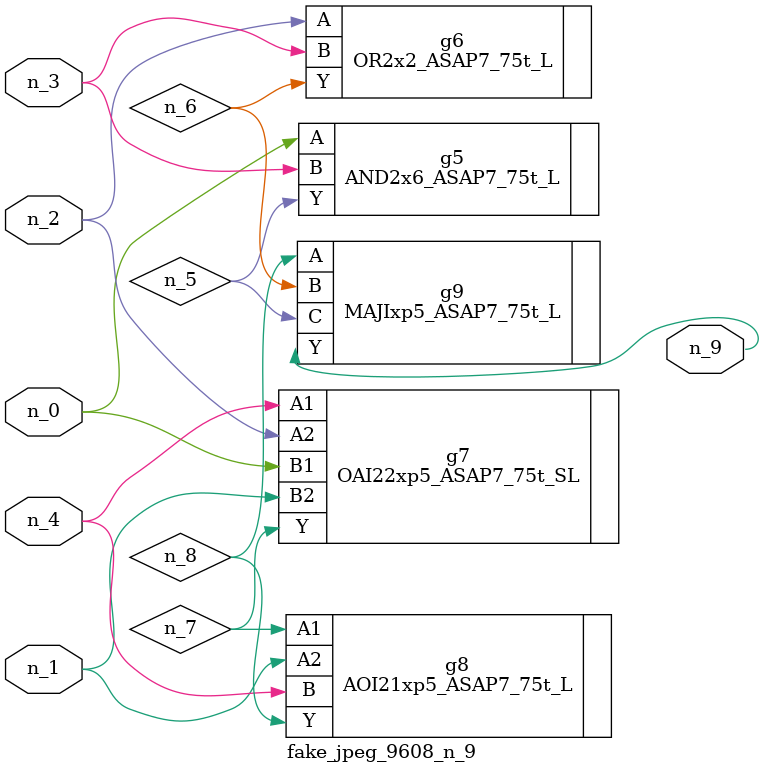
<source format=v>
module fake_jpeg_9608_n_9 (n_3, n_2, n_1, n_0, n_4, n_9);

input n_3;
input n_2;
input n_1;
input n_0;
input n_4;

output n_9;

wire n_8;
wire n_6;
wire n_5;
wire n_7;

AND2x6_ASAP7_75t_L g5 ( 
.A(n_0),
.B(n_3),
.Y(n_5)
);

OR2x2_ASAP7_75t_L g6 ( 
.A(n_2),
.B(n_3),
.Y(n_6)
);

OAI22xp5_ASAP7_75t_SL g7 ( 
.A1(n_4),
.A2(n_2),
.B1(n_0),
.B2(n_1),
.Y(n_7)
);

AOI21xp5_ASAP7_75t_L g8 ( 
.A1(n_7),
.A2(n_1),
.B(n_4),
.Y(n_8)
);

MAJIxp5_ASAP7_75t_L g9 ( 
.A(n_8),
.B(n_6),
.C(n_5),
.Y(n_9)
);


endmodule
</source>
